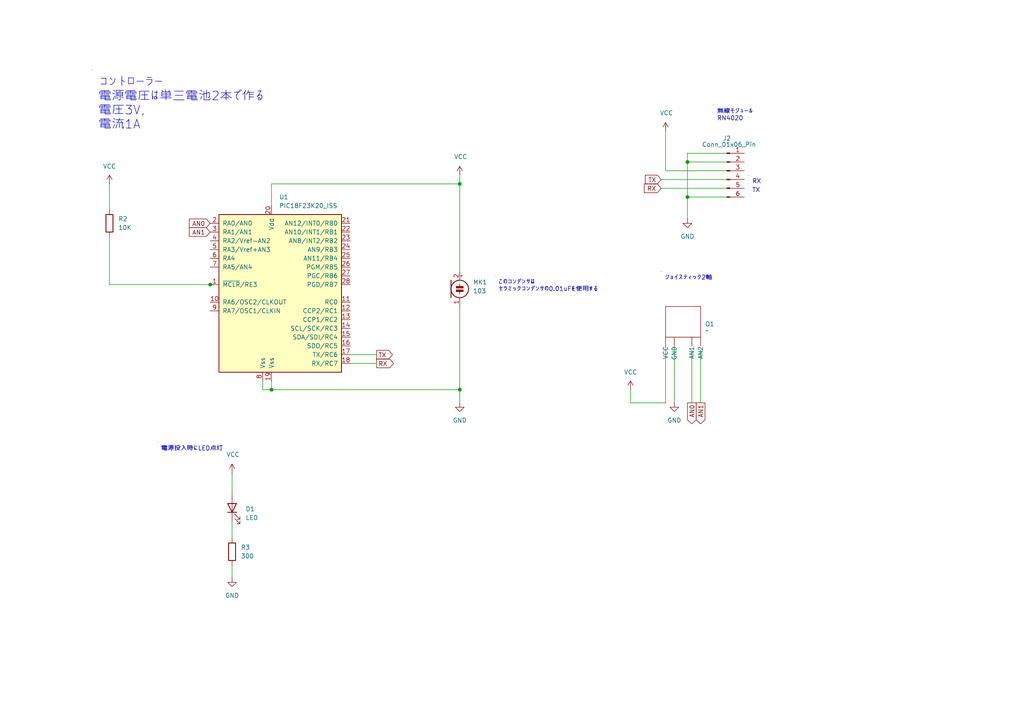
<source format=kicad_sch>
(kicad_sch
	(version 20231120)
	(generator "eeschema")
	(generator_version "8.0")
	(uuid "7ec5f481-22b5-4c50-93e0-6dd76bd4146b")
	(paper "A4")
	(lib_symbols
		(symbol "Analog_DAC:Analog_Stick"
			(pin_names
				(offset 0.0645)
			)
			(exclude_from_sim no)
			(in_bom yes)
			(on_board yes)
			(property "Reference" "O"
				(at 1.27 0 0)
				(effects
					(font
						(size 1.27 1.27)
					)
				)
			)
			(property "Value" ""
				(at 1.27 0 0)
				(effects
					(font
						(size 1.27 1.27)
					)
				)
			)
			(property "Footprint" ""
				(at 1.27 0 0)
				(effects
					(font
						(size 1.27 1.27)
					)
					(hide yes)
				)
			)
			(property "Datasheet" ""
				(at 1.27 0 0)
				(effects
					(font
						(size 1.27 1.27)
					)
					(hide yes)
				)
			)
			(property "Description" ""
				(at 1.27 0 0)
				(effects
					(font
						(size 1.27 1.27)
					)
					(hide yes)
				)
			)
			(symbol "Analog_Stick_0_1"
				(polyline
					(pts
						(xy -1.27 -1.27) (xy -1.27 7.62) (xy 8.89 7.62) (xy 8.89 -1.27) (xy -1.27 -1.27)
					)
					(stroke
						(width 0)
						(type default)
					)
					(fill
						(type none)
					)
				)
			)
			(symbol "Analog_Stick_1_1"
				(pin output line
					(at 6.35 -1.27 270)
					(length 2.54)
					(name "AN1"
						(effects
							(font
								(size 1.27 1.27)
							)
						)
					)
					(number ""
						(effects
							(font
								(size 1.27 1.27)
							)
						)
					)
				)
				(pin output line
					(at 8.89 -1.27 270)
					(length 2.54)
					(name "AN2"
						(effects
							(font
								(size 1.27 1.27)
							)
						)
					)
					(number ""
						(effects
							(font
								(size 1.27 1.27)
							)
						)
					)
				)
				(pin output line
					(at 1.27 -1.27 270)
					(length 2.54)
					(name "GND"
						(effects
							(font
								(size 1.27 1.27)
							)
						)
					)
					(number ""
						(effects
							(font
								(size 1.27 1.27)
							)
						)
					)
				)
				(pin input line
					(at -1.27 -1.27 270)
					(length 2.54)
					(name "VCC"
						(effects
							(font
								(size 1.27 1.27)
							)
						)
					)
					(number ""
						(effects
							(font
								(size 1.27 1.27)
							)
						)
					)
				)
			)
		)
		(symbol "Connector:Conn_01x06_Pin"
			(pin_names
				(offset 1.016) hide)
			(exclude_from_sim no)
			(in_bom yes)
			(on_board yes)
			(property "Reference" "J"
				(at 0 7.62 0)
				(effects
					(font
						(size 1.27 1.27)
					)
				)
			)
			(property "Value" "Conn_01x06_Pin"
				(at 0 -10.16 0)
				(effects
					(font
						(size 1.27 1.27)
					)
				)
			)
			(property "Footprint" ""
				(at 0 0 0)
				(effects
					(font
						(size 1.27 1.27)
					)
					(hide yes)
				)
			)
			(property "Datasheet" "~"
				(at 0 0 0)
				(effects
					(font
						(size 1.27 1.27)
					)
					(hide yes)
				)
			)
			(property "Description" "Generic connector, single row, 01x06, script generated"
				(at 0 0 0)
				(effects
					(font
						(size 1.27 1.27)
					)
					(hide yes)
				)
			)
			(property "ki_locked" ""
				(at 0 0 0)
				(effects
					(font
						(size 1.27 1.27)
					)
				)
			)
			(property "ki_keywords" "connector"
				(at 0 0 0)
				(effects
					(font
						(size 1.27 1.27)
					)
					(hide yes)
				)
			)
			(property "ki_fp_filters" "Connector*:*_1x??_*"
				(at 0 0 0)
				(effects
					(font
						(size 1.27 1.27)
					)
					(hide yes)
				)
			)
			(symbol "Conn_01x06_Pin_1_1"
				(polyline
					(pts
						(xy 1.27 -7.62) (xy 0.8636 -7.62)
					)
					(stroke
						(width 0.1524)
						(type default)
					)
					(fill
						(type none)
					)
				)
				(polyline
					(pts
						(xy 1.27 -5.08) (xy 0.8636 -5.08)
					)
					(stroke
						(width 0.1524)
						(type default)
					)
					(fill
						(type none)
					)
				)
				(polyline
					(pts
						(xy 1.27 -2.54) (xy 0.8636 -2.54)
					)
					(stroke
						(width 0.1524)
						(type default)
					)
					(fill
						(type none)
					)
				)
				(polyline
					(pts
						(xy 1.27 0) (xy 0.8636 0)
					)
					(stroke
						(width 0.1524)
						(type default)
					)
					(fill
						(type none)
					)
				)
				(polyline
					(pts
						(xy 1.27 2.54) (xy 0.8636 2.54)
					)
					(stroke
						(width 0.1524)
						(type default)
					)
					(fill
						(type none)
					)
				)
				(polyline
					(pts
						(xy 1.27 5.08) (xy 0.8636 5.08)
					)
					(stroke
						(width 0.1524)
						(type default)
					)
					(fill
						(type none)
					)
				)
				(rectangle
					(start 0.8636 -7.493)
					(end 0 -7.747)
					(stroke
						(width 0.1524)
						(type default)
					)
					(fill
						(type outline)
					)
				)
				(rectangle
					(start 0.8636 -4.953)
					(end 0 -5.207)
					(stroke
						(width 0.1524)
						(type default)
					)
					(fill
						(type outline)
					)
				)
				(rectangle
					(start 0.8636 -2.413)
					(end 0 -2.667)
					(stroke
						(width 0.1524)
						(type default)
					)
					(fill
						(type outline)
					)
				)
				(rectangle
					(start 0.8636 0.127)
					(end 0 -0.127)
					(stroke
						(width 0.1524)
						(type default)
					)
					(fill
						(type outline)
					)
				)
				(rectangle
					(start 0.8636 2.667)
					(end 0 2.413)
					(stroke
						(width 0.1524)
						(type default)
					)
					(fill
						(type outline)
					)
				)
				(rectangle
					(start 0.8636 5.207)
					(end 0 4.953)
					(stroke
						(width 0.1524)
						(type default)
					)
					(fill
						(type outline)
					)
				)
				(pin passive line
					(at 5.08 5.08 180)
					(length 3.81)
					(name "Pin_1"
						(effects
							(font
								(size 1.27 1.27)
							)
						)
					)
					(number "1"
						(effects
							(font
								(size 1.27 1.27)
							)
						)
					)
				)
				(pin passive line
					(at 5.08 2.54 180)
					(length 3.81)
					(name "Pin_2"
						(effects
							(font
								(size 1.27 1.27)
							)
						)
					)
					(number "2"
						(effects
							(font
								(size 1.27 1.27)
							)
						)
					)
				)
				(pin passive line
					(at 5.08 0 180)
					(length 3.81)
					(name "Pin_3"
						(effects
							(font
								(size 1.27 1.27)
							)
						)
					)
					(number "3"
						(effects
							(font
								(size 1.27 1.27)
							)
						)
					)
				)
				(pin passive line
					(at 5.08 -2.54 180)
					(length 3.81)
					(name "Pin_4"
						(effects
							(font
								(size 1.27 1.27)
							)
						)
					)
					(number "4"
						(effects
							(font
								(size 1.27 1.27)
							)
						)
					)
				)
				(pin passive line
					(at 5.08 -5.08 180)
					(length 3.81)
					(name "Pin_5"
						(effects
							(font
								(size 1.27 1.27)
							)
						)
					)
					(number "5"
						(effects
							(font
								(size 1.27 1.27)
							)
						)
					)
				)
				(pin passive line
					(at 5.08 -7.62 180)
					(length 3.81)
					(name "Pin_6"
						(effects
							(font
								(size 1.27 1.27)
							)
						)
					)
					(number "6"
						(effects
							(font
								(size 1.27 1.27)
							)
						)
					)
				)
			)
		)
		(symbol "Device:LED"
			(pin_numbers hide)
			(pin_names
				(offset 1.016) hide)
			(exclude_from_sim no)
			(in_bom yes)
			(on_board yes)
			(property "Reference" "D"
				(at 0 2.54 0)
				(effects
					(font
						(size 1.27 1.27)
					)
				)
			)
			(property "Value" "LED"
				(at 0 -2.54 0)
				(effects
					(font
						(size 1.27 1.27)
					)
				)
			)
			(property "Footprint" ""
				(at 0 0 0)
				(effects
					(font
						(size 1.27 1.27)
					)
					(hide yes)
				)
			)
			(property "Datasheet" "~"
				(at 0 0 0)
				(effects
					(font
						(size 1.27 1.27)
					)
					(hide yes)
				)
			)
			(property "Description" "Light emitting diode"
				(at 0 0 0)
				(effects
					(font
						(size 1.27 1.27)
					)
					(hide yes)
				)
			)
			(property "ki_keywords" "LED diode"
				(at 0 0 0)
				(effects
					(font
						(size 1.27 1.27)
					)
					(hide yes)
				)
			)
			(property "ki_fp_filters" "LED* LED_SMD:* LED_THT:*"
				(at 0 0 0)
				(effects
					(font
						(size 1.27 1.27)
					)
					(hide yes)
				)
			)
			(symbol "LED_0_1"
				(polyline
					(pts
						(xy -1.27 -1.27) (xy -1.27 1.27)
					)
					(stroke
						(width 0.254)
						(type default)
					)
					(fill
						(type none)
					)
				)
				(polyline
					(pts
						(xy -1.27 0) (xy 1.27 0)
					)
					(stroke
						(width 0)
						(type default)
					)
					(fill
						(type none)
					)
				)
				(polyline
					(pts
						(xy 1.27 -1.27) (xy 1.27 1.27) (xy -1.27 0) (xy 1.27 -1.27)
					)
					(stroke
						(width 0.254)
						(type default)
					)
					(fill
						(type none)
					)
				)
				(polyline
					(pts
						(xy -3.048 -0.762) (xy -4.572 -2.286) (xy -3.81 -2.286) (xy -4.572 -2.286) (xy -4.572 -1.524)
					)
					(stroke
						(width 0)
						(type default)
					)
					(fill
						(type none)
					)
				)
				(polyline
					(pts
						(xy -1.778 -0.762) (xy -3.302 -2.286) (xy -2.54 -2.286) (xy -3.302 -2.286) (xy -3.302 -1.524)
					)
					(stroke
						(width 0)
						(type default)
					)
					(fill
						(type none)
					)
				)
			)
			(symbol "LED_1_1"
				(pin passive line
					(at -3.81 0 0)
					(length 2.54)
					(name "K"
						(effects
							(font
								(size 1.27 1.27)
							)
						)
					)
					(number "1"
						(effects
							(font
								(size 1.27 1.27)
							)
						)
					)
				)
				(pin passive line
					(at 3.81 0 180)
					(length 2.54)
					(name "A"
						(effects
							(font
								(size 1.27 1.27)
							)
						)
					)
					(number "2"
						(effects
							(font
								(size 1.27 1.27)
							)
						)
					)
				)
			)
		)
		(symbol "Device:Microphone_Condenser"
			(pin_names
				(offset 0.0254) hide)
			(exclude_from_sim no)
			(in_bom yes)
			(on_board yes)
			(property "Reference" "MK"
				(at -3.302 1.27 0)
				(effects
					(font
						(size 1.27 1.27)
					)
					(justify right)
				)
			)
			(property "Value" "Microphone_Condenser"
				(at -3.302 -0.635 0)
				(effects
					(font
						(size 1.27 1.27)
					)
					(justify right)
				)
			)
			(property "Footprint" ""
				(at 0 2.54 90)
				(effects
					(font
						(size 1.27 1.27)
					)
					(hide yes)
				)
			)
			(property "Datasheet" "~"
				(at 0 2.54 90)
				(effects
					(font
						(size 1.27 1.27)
					)
					(hide yes)
				)
			)
			(property "Description" "Condenser microphone"
				(at 0 0 0)
				(effects
					(font
						(size 1.27 1.27)
					)
					(hide yes)
				)
			)
			(property "ki_keywords" "capacitance condenser microphone"
				(at 0 0 0)
				(effects
					(font
						(size 1.27 1.27)
					)
					(hide yes)
				)
			)
			(symbol "Microphone_Condenser_0_1"
				(polyline
					(pts
						(xy -2.54 2.54) (xy -2.54 -2.54)
					)
					(stroke
						(width 0.254)
						(type default)
					)
					(fill
						(type none)
					)
				)
				(polyline
					(pts
						(xy 0 -0.762) (xy 0 -1.524)
					)
					(stroke
						(width 0)
						(type default)
					)
					(fill
						(type none)
					)
				)
				(polyline
					(pts
						(xy 0 0.762) (xy 0 1.524)
					)
					(stroke
						(width 0)
						(type default)
					)
					(fill
						(type none)
					)
				)
				(polyline
					(pts
						(xy 0.254 3.81) (xy 0.762 3.81)
					)
					(stroke
						(width 0)
						(type default)
					)
					(fill
						(type none)
					)
				)
				(polyline
					(pts
						(xy 0.508 4.064) (xy 0.508 3.556)
					)
					(stroke
						(width 0)
						(type default)
					)
					(fill
						(type none)
					)
				)
				(circle
					(center 0 0)
					(radius 2.54)
					(stroke
						(width 0.254)
						(type default)
					)
					(fill
						(type none)
					)
				)
				(rectangle
					(start 1.016 -0.254)
					(end -1.016 -0.762)
					(stroke
						(width 0)
						(type default)
					)
					(fill
						(type outline)
					)
				)
				(rectangle
					(start 1.016 0.762)
					(end -1.016 0.254)
					(stroke
						(width 0)
						(type default)
					)
					(fill
						(type outline)
					)
				)
			)
			(symbol "Microphone_Condenser_1_1"
				(pin passive line
					(at 0 -5.08 90)
					(length 2.54)
					(name "-"
						(effects
							(font
								(size 1.27 1.27)
							)
						)
					)
					(number "1"
						(effects
							(font
								(size 1.27 1.27)
							)
						)
					)
				)
				(pin passive line
					(at 0 5.08 270)
					(length 2.54)
					(name "+"
						(effects
							(font
								(size 1.27 1.27)
							)
						)
					)
					(number "2"
						(effects
							(font
								(size 1.27 1.27)
							)
						)
					)
				)
			)
		)
		(symbol "Device:R"
			(pin_numbers hide)
			(pin_names
				(offset 0)
			)
			(exclude_from_sim no)
			(in_bom yes)
			(on_board yes)
			(property "Reference" "R"
				(at 2.032 0 90)
				(effects
					(font
						(size 1.27 1.27)
					)
				)
			)
			(property "Value" "R"
				(at 0 0 90)
				(effects
					(font
						(size 1.27 1.27)
					)
				)
			)
			(property "Footprint" ""
				(at -1.778 0 90)
				(effects
					(font
						(size 1.27 1.27)
					)
					(hide yes)
				)
			)
			(property "Datasheet" "~"
				(at 0 0 0)
				(effects
					(font
						(size 1.27 1.27)
					)
					(hide yes)
				)
			)
			(property "Description" "Resistor"
				(at 0 0 0)
				(effects
					(font
						(size 1.27 1.27)
					)
					(hide yes)
				)
			)
			(property "ki_keywords" "R res resistor"
				(at 0 0 0)
				(effects
					(font
						(size 1.27 1.27)
					)
					(hide yes)
				)
			)
			(property "ki_fp_filters" "R_*"
				(at 0 0 0)
				(effects
					(font
						(size 1.27 1.27)
					)
					(hide yes)
				)
			)
			(symbol "R_0_1"
				(rectangle
					(start -1.016 -2.54)
					(end 1.016 2.54)
					(stroke
						(width 0.254)
						(type default)
					)
					(fill
						(type none)
					)
				)
			)
			(symbol "R_1_1"
				(pin passive line
					(at 0 3.81 270)
					(length 1.27)
					(name "~"
						(effects
							(font
								(size 1.27 1.27)
							)
						)
					)
					(number "1"
						(effects
							(font
								(size 1.27 1.27)
							)
						)
					)
				)
				(pin passive line
					(at 0 -3.81 90)
					(length 1.27)
					(name "~"
						(effects
							(font
								(size 1.27 1.27)
							)
						)
					)
					(number "2"
						(effects
							(font
								(size 1.27 1.27)
							)
						)
					)
				)
			)
		)
		(symbol "MCU_Microchip_PIC18:PIC18F23K20_ISS"
			(pin_names
				(offset 1.016)
			)
			(exclude_from_sim no)
			(in_bom yes)
			(on_board yes)
			(property "Reference" "U"
				(at -17.78 24.13 0)
				(effects
					(font
						(size 1.27 1.27)
					)
					(justify left)
				)
			)
			(property "Value" "PIC18F23K20_ISS"
				(at 17.78 24.13 0)
				(effects
					(font
						(size 1.27 1.27)
					)
					(justify right)
				)
			)
			(property "Footprint" "Package_SO:SSOP-28_5.3x10.2mm_P0.65mm"
				(at -12.7 -12.7 0)
				(effects
					(font
						(size 1.27 1.27)
					)
					(hide yes)
				)
			)
			(property "Datasheet" "http://ww1.microchip.com/downloads/en/DeviceDoc/40001303H.pdf"
				(at 0 -1.27 0)
				(effects
					(font
						(size 1.27 1.27)
					)
					(hide yes)
				)
			)
			(property "Description" "8K Flash, 512Byte RAM, 256Byte EEPROM, PIC18 Microcontroller ADC PWM SPI I2C USART in SSOP28 package"
				(at 0 0 0)
				(effects
					(font
						(size 1.27 1.27)
					)
					(hide yes)
				)
			)
			(property "ki_keywords" "microcontroller PIC18F flash XLP"
				(at 0 0 0)
				(effects
					(font
						(size 1.27 1.27)
					)
					(hide yes)
				)
			)
			(property "ki_fp_filters" "SSOP*5.3x10.2mm*P0.65mm*"
				(at 0 0 0)
				(effects
					(font
						(size 1.27 1.27)
					)
					(hide yes)
				)
			)
			(symbol "PIC18F23K20_ISS_0_1"
				(rectangle
					(start -17.78 22.86)
					(end 17.78 -22.86)
					(stroke
						(width 0.254)
						(type default)
					)
					(fill
						(type background)
					)
				)
			)
			(symbol "PIC18F23K20_ISS_1_1"
				(pin bidirectional line
					(at -20.32 2.54 0)
					(length 2.54)
					(name "~{MCLR}/RE3"
						(effects
							(font
								(size 1.27 1.27)
							)
						)
					)
					(number "1"
						(effects
							(font
								(size 1.27 1.27)
							)
						)
					)
				)
				(pin input line
					(at -20.32 -2.54 0)
					(length 2.54)
					(name "RA6/OSC2/CLKOUT"
						(effects
							(font
								(size 1.27 1.27)
							)
						)
					)
					(number "10"
						(effects
							(font
								(size 1.27 1.27)
							)
						)
					)
				)
				(pin bidirectional line
					(at 20.32 -2.54 180)
					(length 2.54)
					(name "RC0"
						(effects
							(font
								(size 1.27 1.27)
							)
						)
					)
					(number "11"
						(effects
							(font
								(size 1.27 1.27)
							)
						)
					)
				)
				(pin bidirectional line
					(at 20.32 -5.08 180)
					(length 2.54)
					(name "CCP2/RC1"
						(effects
							(font
								(size 1.27 1.27)
							)
						)
					)
					(number "12"
						(effects
							(font
								(size 1.27 1.27)
							)
						)
					)
				)
				(pin bidirectional line
					(at 20.32 -7.62 180)
					(length 2.54)
					(name "CCP1/RC2"
						(effects
							(font
								(size 1.27 1.27)
							)
						)
					)
					(number "13"
						(effects
							(font
								(size 1.27 1.27)
							)
						)
					)
				)
				(pin bidirectional line
					(at 20.32 -10.16 180)
					(length 2.54)
					(name "SCL/SCK/RC3"
						(effects
							(font
								(size 1.27 1.27)
							)
						)
					)
					(number "14"
						(effects
							(font
								(size 1.27 1.27)
							)
						)
					)
				)
				(pin bidirectional line
					(at 20.32 -12.7 180)
					(length 2.54)
					(name "SDA/SDI/RC4"
						(effects
							(font
								(size 1.27 1.27)
							)
						)
					)
					(number "15"
						(effects
							(font
								(size 1.27 1.27)
							)
						)
					)
				)
				(pin bidirectional line
					(at 20.32 -15.24 180)
					(length 2.54)
					(name "SDO/RC5"
						(effects
							(font
								(size 1.27 1.27)
							)
						)
					)
					(number "16"
						(effects
							(font
								(size 1.27 1.27)
							)
						)
					)
				)
				(pin bidirectional line
					(at 20.32 -17.78 180)
					(length 2.54)
					(name "TX/RC6"
						(effects
							(font
								(size 1.27 1.27)
							)
						)
					)
					(number "17"
						(effects
							(font
								(size 1.27 1.27)
							)
						)
					)
				)
				(pin bidirectional line
					(at 20.32 -20.32 180)
					(length 2.54)
					(name "RX/RC7"
						(effects
							(font
								(size 1.27 1.27)
							)
						)
					)
					(number "18"
						(effects
							(font
								(size 1.27 1.27)
							)
						)
					)
				)
				(pin power_in line
					(at -2.54 -25.4 90)
					(length 2.54)
					(name "Vss"
						(effects
							(font
								(size 1.27 1.27)
							)
						)
					)
					(number "19"
						(effects
							(font
								(size 1.27 1.27)
							)
						)
					)
				)
				(pin bidirectional line
					(at -20.32 20.32 0)
					(length 2.54)
					(name "RA0/AN0"
						(effects
							(font
								(size 1.27 1.27)
							)
						)
					)
					(number "2"
						(effects
							(font
								(size 1.27 1.27)
							)
						)
					)
				)
				(pin power_in line
					(at -2.54 25.4 270)
					(length 2.54)
					(name "Vdd"
						(effects
							(font
								(size 1.27 1.27)
							)
						)
					)
					(number "20"
						(effects
							(font
								(size 1.27 1.27)
							)
						)
					)
				)
				(pin bidirectional line
					(at 20.32 20.32 180)
					(length 2.54)
					(name "AN12/INT0/RB0"
						(effects
							(font
								(size 1.27 1.27)
							)
						)
					)
					(number "21"
						(effects
							(font
								(size 1.27 1.27)
							)
						)
					)
				)
				(pin bidirectional line
					(at 20.32 17.78 180)
					(length 2.54)
					(name "AN10/INT1/RB1"
						(effects
							(font
								(size 1.27 1.27)
							)
						)
					)
					(number "22"
						(effects
							(font
								(size 1.27 1.27)
							)
						)
					)
				)
				(pin bidirectional line
					(at 20.32 15.24 180)
					(length 2.54)
					(name "AN8/INT2/RB2"
						(effects
							(font
								(size 1.27 1.27)
							)
						)
					)
					(number "23"
						(effects
							(font
								(size 1.27 1.27)
							)
						)
					)
				)
				(pin bidirectional line
					(at 20.32 12.7 180)
					(length 2.54)
					(name "AN9/RB3"
						(effects
							(font
								(size 1.27 1.27)
							)
						)
					)
					(number "24"
						(effects
							(font
								(size 1.27 1.27)
							)
						)
					)
				)
				(pin bidirectional line
					(at 20.32 10.16 180)
					(length 2.54)
					(name "AN11/RB4"
						(effects
							(font
								(size 1.27 1.27)
							)
						)
					)
					(number "25"
						(effects
							(font
								(size 1.27 1.27)
							)
						)
					)
				)
				(pin bidirectional line
					(at 20.32 7.62 180)
					(length 2.54)
					(name "PGM/RB5"
						(effects
							(font
								(size 1.27 1.27)
							)
						)
					)
					(number "26"
						(effects
							(font
								(size 1.27 1.27)
							)
						)
					)
				)
				(pin bidirectional line
					(at 20.32 5.08 180)
					(length 2.54)
					(name "PGC/RB6"
						(effects
							(font
								(size 1.27 1.27)
							)
						)
					)
					(number "27"
						(effects
							(font
								(size 1.27 1.27)
							)
						)
					)
				)
				(pin bidirectional line
					(at 20.32 2.54 180)
					(length 2.54)
					(name "PGD/RB7"
						(effects
							(font
								(size 1.27 1.27)
							)
						)
					)
					(number "28"
						(effects
							(font
								(size 1.27 1.27)
							)
						)
					)
				)
				(pin bidirectional line
					(at -20.32 17.78 0)
					(length 2.54)
					(name "RA1/AN1"
						(effects
							(font
								(size 1.27 1.27)
							)
						)
					)
					(number "3"
						(effects
							(font
								(size 1.27 1.27)
							)
						)
					)
				)
				(pin bidirectional line
					(at -20.32 15.24 0)
					(length 2.54)
					(name "RA2/Vref-AN2"
						(effects
							(font
								(size 1.27 1.27)
							)
						)
					)
					(number "4"
						(effects
							(font
								(size 1.27 1.27)
							)
						)
					)
				)
				(pin bidirectional line
					(at -20.32 12.7 0)
					(length 2.54)
					(name "RA3/Vref+AN3"
						(effects
							(font
								(size 1.27 1.27)
							)
						)
					)
					(number "5"
						(effects
							(font
								(size 1.27 1.27)
							)
						)
					)
				)
				(pin power_in line
					(at -20.32 10.16 0)
					(length 2.54)
					(name "RA4"
						(effects
							(font
								(size 1.27 1.27)
							)
						)
					)
					(number "6"
						(effects
							(font
								(size 1.27 1.27)
							)
						)
					)
				)
				(pin bidirectional line
					(at -20.32 7.62 0)
					(length 2.54)
					(name "RA5/AN4"
						(effects
							(font
								(size 1.27 1.27)
							)
						)
					)
					(number "7"
						(effects
							(font
								(size 1.27 1.27)
							)
						)
					)
				)
				(pin power_in line
					(at -5.08 -25.4 90)
					(length 2.54)
					(name "Vss"
						(effects
							(font
								(size 1.27 1.27)
							)
						)
					)
					(number "8"
						(effects
							(font
								(size 1.27 1.27)
							)
						)
					)
				)
				(pin input line
					(at -20.32 -5.08 0)
					(length 2.54)
					(name "RA7/OSC1/CLKIN"
						(effects
							(font
								(size 1.27 1.27)
							)
						)
					)
					(number "9"
						(effects
							(font
								(size 1.27 1.27)
							)
						)
					)
				)
			)
		)
		(symbol "power:GND"
			(power)
			(pin_numbers hide)
			(pin_names
				(offset 0) hide)
			(exclude_from_sim no)
			(in_bom yes)
			(on_board yes)
			(property "Reference" "#PWR"
				(at 0 -6.35 0)
				(effects
					(font
						(size 1.27 1.27)
					)
					(hide yes)
				)
			)
			(property "Value" "GND"
				(at 0 -3.81 0)
				(effects
					(font
						(size 1.27 1.27)
					)
				)
			)
			(property "Footprint" ""
				(at 0 0 0)
				(effects
					(font
						(size 1.27 1.27)
					)
					(hide yes)
				)
			)
			(property "Datasheet" ""
				(at 0 0 0)
				(effects
					(font
						(size 1.27 1.27)
					)
					(hide yes)
				)
			)
			(property "Description" "Power symbol creates a global label with name \"GND\" , ground"
				(at 0 0 0)
				(effects
					(font
						(size 1.27 1.27)
					)
					(hide yes)
				)
			)
			(property "ki_keywords" "global power"
				(at 0 0 0)
				(effects
					(font
						(size 1.27 1.27)
					)
					(hide yes)
				)
			)
			(symbol "GND_0_1"
				(polyline
					(pts
						(xy 0 0) (xy 0 -1.27) (xy 1.27 -1.27) (xy 0 -2.54) (xy -1.27 -1.27) (xy 0 -1.27)
					)
					(stroke
						(width 0)
						(type default)
					)
					(fill
						(type none)
					)
				)
			)
			(symbol "GND_1_1"
				(pin power_in line
					(at 0 0 270)
					(length 0)
					(name "~"
						(effects
							(font
								(size 1.27 1.27)
							)
						)
					)
					(number "1"
						(effects
							(font
								(size 1.27 1.27)
							)
						)
					)
				)
			)
		)
		(symbol "power:VCC"
			(power)
			(pin_numbers hide)
			(pin_names
				(offset 0) hide)
			(exclude_from_sim no)
			(in_bom yes)
			(on_board yes)
			(property "Reference" "#PWR"
				(at 0 -3.81 0)
				(effects
					(font
						(size 1.27 1.27)
					)
					(hide yes)
				)
			)
			(property "Value" "VCC"
				(at 0 3.556 0)
				(effects
					(font
						(size 1.27 1.27)
					)
				)
			)
			(property "Footprint" ""
				(at 0 0 0)
				(effects
					(font
						(size 1.27 1.27)
					)
					(hide yes)
				)
			)
			(property "Datasheet" ""
				(at 0 0 0)
				(effects
					(font
						(size 1.27 1.27)
					)
					(hide yes)
				)
			)
			(property "Description" "Power symbol creates a global label with name \"VCC\""
				(at 0 0 0)
				(effects
					(font
						(size 1.27 1.27)
					)
					(hide yes)
				)
			)
			(property "ki_keywords" "global power"
				(at 0 0 0)
				(effects
					(font
						(size 1.27 1.27)
					)
					(hide yes)
				)
			)
			(symbol "VCC_0_1"
				(polyline
					(pts
						(xy -0.762 1.27) (xy 0 2.54)
					)
					(stroke
						(width 0)
						(type default)
					)
					(fill
						(type none)
					)
				)
				(polyline
					(pts
						(xy 0 0) (xy 0 2.54)
					)
					(stroke
						(width 0)
						(type default)
					)
					(fill
						(type none)
					)
				)
				(polyline
					(pts
						(xy 0 2.54) (xy 0.762 1.27)
					)
					(stroke
						(width 0)
						(type default)
					)
					(fill
						(type none)
					)
				)
			)
			(symbol "VCC_1_1"
				(pin power_in line
					(at 0 0 90)
					(length 0)
					(name "~"
						(effects
							(font
								(size 1.27 1.27)
							)
						)
					)
					(number "1"
						(effects
							(font
								(size 1.27 1.27)
							)
						)
					)
				)
			)
		)
	)
	(junction
		(at 133.35 53.34)
		(diameter 0)
		(color 0 0 0 0)
		(uuid "2d852b89-5b0d-4f56-ac99-228c27adb607")
	)
	(junction
		(at 199.39 57.15)
		(diameter 0)
		(color 0 0 0 0)
		(uuid "6594c24c-e8f7-478a-ac64-6992578ca29d")
	)
	(junction
		(at 60.96 82.55)
		(diameter 0)
		(color 0 0 0 0)
		(uuid "9da64c04-e425-40ed-bc71-6fe24c4977d8")
	)
	(junction
		(at 78.74 113.03)
		(diameter 0)
		(color 0 0 0 0)
		(uuid "edcdaeba-4c8f-46d2-bc0e-7eefd271d852")
	)
	(junction
		(at 199.39 46.99)
		(diameter 0)
		(color 0 0 0 0)
		(uuid "f2825d37-b27d-4456-bae7-57d47311dda7")
	)
	(junction
		(at 133.35 113.03)
		(diameter 0)
		(color 0 0 0 0)
		(uuid "fbe112ab-9cee-48ce-9945-6db12ffe1814")
	)
	(wire
		(pts
			(xy 193.04 100.33) (xy 193.04 116.84)
		)
		(stroke
			(width 0)
			(type default)
		)
		(uuid "02f0da4d-e7db-40da-a333-68bf851b2030")
	)
	(wire
		(pts
			(xy 210.82 44.45) (xy 199.39 44.45)
		)
		(stroke
			(width 0)
			(type default)
		)
		(uuid "0df20048-f53c-4fd1-a9c4-90ec7db99ef1")
	)
	(wire
		(pts
			(xy 60.96 82.55) (xy 62.23 82.55)
		)
		(stroke
			(width 0)
			(type default)
		)
		(uuid "100c0717-c964-4459-b9db-92fd5df6f929")
	)
	(wire
		(pts
			(xy 182.88 113.03) (xy 182.88 116.84)
		)
		(stroke
			(width 0)
			(type default)
		)
		(uuid "1321b2dc-1169-49b0-ba4f-eb80ab303463")
	)
	(wire
		(pts
			(xy 199.39 57.15) (xy 210.82 57.15)
		)
		(stroke
			(width 0)
			(type default)
		)
		(uuid "229f61ed-11e8-49cd-bd05-247b056de222")
	)
	(wire
		(pts
			(xy 78.74 113.03) (xy 76.2 113.03)
		)
		(stroke
			(width 0)
			(type default)
		)
		(uuid "361c5bae-20ba-414e-a761-67040b446d7b")
	)
	(wire
		(pts
			(xy 191.77 52.07) (xy 210.82 52.07)
		)
		(stroke
			(width 0)
			(type default)
		)
		(uuid "379cdf8f-e20e-46d1-bf8f-395ed9cff367")
	)
	(wire
		(pts
			(xy 101.6 105.41) (xy 109.22 105.41)
		)
		(stroke
			(width 0)
			(type default)
		)
		(uuid "38460f25-fd1d-4434-86f3-f6328780d2b9")
	)
	(wire
		(pts
			(xy 199.39 44.45) (xy 199.39 46.99)
		)
		(stroke
			(width 0)
			(type default)
		)
		(uuid "48691777-d03d-4aff-8c7f-16f0ee8c35d1")
	)
	(wire
		(pts
			(xy 191.77 54.61) (xy 210.82 54.61)
		)
		(stroke
			(width 0)
			(type default)
		)
		(uuid "516e05a1-8030-4840-b206-bc3075747bd5")
	)
	(wire
		(pts
			(xy 193.04 116.84) (xy 182.88 116.84)
		)
		(stroke
			(width 0)
			(type default)
		)
		(uuid "62799bde-8b79-42f0-afca-73df92ce1ea9")
	)
	(wire
		(pts
			(xy 78.74 110.49) (xy 78.74 113.03)
		)
		(stroke
			(width 0)
			(type default)
		)
		(uuid "668944d8-6f76-4a9d-a3a3-d79ce51cb784")
	)
	(wire
		(pts
			(xy 78.74 59.69) (xy 78.74 53.34)
		)
		(stroke
			(width 0)
			(type default)
		)
		(uuid "66d8081e-e928-4d5e-87ff-2f00c9d090fa")
	)
	(wire
		(pts
			(xy 199.39 57.15) (xy 199.39 63.5)
		)
		(stroke
			(width 0)
			(type default)
		)
		(uuid "67176d9b-20be-446a-ba1f-1016fe768da6")
	)
	(wire
		(pts
			(xy 195.58 100.33) (xy 195.58 116.84)
		)
		(stroke
			(width 0)
			(type default)
		)
		(uuid "679e19d5-2c80-4945-a8d3-166ab4e0a5ff")
	)
	(wire
		(pts
			(xy 133.35 113.03) (xy 133.35 116.84)
		)
		(stroke
			(width 0)
			(type default)
		)
		(uuid "7f064c87-d1a0-4083-a1d3-a3f9c46bb0fe")
	)
	(wire
		(pts
			(xy 199.39 46.99) (xy 210.82 46.99)
		)
		(stroke
			(width 0)
			(type default)
		)
		(uuid "8b696962-44ed-4b0d-9cdc-57f03267b1f2")
	)
	(wire
		(pts
			(xy 133.35 113.03) (xy 133.35 88.9)
		)
		(stroke
			(width 0)
			(type default)
		)
		(uuid "929fc97c-4f65-4ff7-b6ce-081675979ab9")
	)
	(wire
		(pts
			(xy 133.35 53.34) (xy 133.35 78.74)
		)
		(stroke
			(width 0)
			(type default)
		)
		(uuid "a5a30b24-a645-491c-b1c1-c175cbe6eb8d")
	)
	(wire
		(pts
			(xy 67.31 151.13) (xy 67.31 156.21)
		)
		(stroke
			(width 0)
			(type default)
		)
		(uuid "a5dc1864-58f1-4658-b9ec-0fdbb4144a74")
	)
	(wire
		(pts
			(xy 76.2 110.49) (xy 76.2 113.03)
		)
		(stroke
			(width 0)
			(type default)
		)
		(uuid "a9052092-60d0-467d-9c71-14c780f2f256")
	)
	(wire
		(pts
			(xy 78.74 53.34) (xy 133.35 53.34)
		)
		(stroke
			(width 0)
			(type default)
		)
		(uuid "a9b9939a-b8fb-4216-9259-ac1aeb13337c")
	)
	(wire
		(pts
			(xy 200.66 101.6) (xy 200.66 116.84)
		)
		(stroke
			(width 0)
			(type default)
		)
		(uuid "adad2bb7-bd94-4a14-9fe4-17b03438987b")
	)
	(wire
		(pts
			(xy 203.2 101.6) (xy 203.2 116.84)
		)
		(stroke
			(width 0)
			(type default)
		)
		(uuid "b391752f-5ac8-4d32-89f4-09b234546f3b")
	)
	(wire
		(pts
			(xy 199.39 46.99) (xy 199.39 57.15)
		)
		(stroke
			(width 0)
			(type default)
		)
		(uuid "b4cd64ab-36ad-4a08-a2f3-eab5794b3af0")
	)
	(wire
		(pts
			(xy 67.31 137.16) (xy 67.31 143.51)
		)
		(stroke
			(width 0)
			(type default)
		)
		(uuid "c55891a1-94af-4616-92a9-d0c9e1c6d53c")
	)
	(wire
		(pts
			(xy 193.04 49.53) (xy 210.82 49.53)
		)
		(stroke
			(width 0)
			(type default)
		)
		(uuid "ca91811b-cf87-4585-970a-ccbbb3855e59")
	)
	(wire
		(pts
			(xy 101.6 102.87) (xy 109.22 102.87)
		)
		(stroke
			(width 0)
			(type default)
		)
		(uuid "cfba4ea8-6e2a-471b-82e8-dc0703d71ff7")
	)
	(wire
		(pts
			(xy 31.75 68.58) (xy 31.75 82.55)
		)
		(stroke
			(width 0)
			(type default)
		)
		(uuid "d38ac17d-e49f-43bd-9fb5-7ba506eb85be")
	)
	(wire
		(pts
			(xy 31.75 82.55) (xy 60.96 82.55)
		)
		(stroke
			(width 0)
			(type default)
		)
		(uuid "dccc46b9-bb40-491a-a11d-582496209339")
	)
	(wire
		(pts
			(xy 193.04 38.1) (xy 193.04 49.53)
		)
		(stroke
			(width 0)
			(type default)
		)
		(uuid "e56120ad-7451-47c9-b47a-e541dd73d768")
	)
	(wire
		(pts
			(xy 31.75 53.34) (xy 31.75 60.96)
		)
		(stroke
			(width 0)
			(type default)
		)
		(uuid "e76882d1-b42c-483f-b9df-4773103ced45")
	)
	(wire
		(pts
			(xy 133.35 50.8) (xy 133.35 53.34)
		)
		(stroke
			(width 0)
			(type default)
		)
		(uuid "ecf4d374-bb01-40dd-9577-9d4b13be15b7")
	)
	(wire
		(pts
			(xy 78.74 113.03) (xy 133.35 113.03)
		)
		(stroke
			(width 0)
			(type default)
		)
		(uuid "f2a39abc-07d8-41f6-9714-da9b859d244f")
	)
	(wire
		(pts
			(xy 67.31 163.83) (xy 67.31 167.64)
		)
		(stroke
			(width 0)
			(type default)
		)
		(uuid "f853c6ed-309b-45c6-8f50-118a6f25dd38")
	)
	(text_box "ジョイスティック2軸"
		(exclude_from_sim no)
		(at 191.77 78.74 0)
		(size 0 0)
		(stroke
			(width 0)
			(type default)
		)
		(fill
			(type none)
		)
		(effects
			(font
				(size 1.27 1.27)
			)
			(justify left top)
		)
		(uuid "0ac8362e-a1fc-4363-97e5-071b5586284e")
	)
	(text_box "電源投入時にLED点灯"
		(exclude_from_sim no)
		(at 45.72 128.27 0)
		(size 0 0)
		(stroke
			(width 0)
			(type default)
		)
		(fill
			(type none)
		)
		(effects
			(font
				(size 1.27 1.27)
			)
			(justify left top)
		)
		(uuid "12483750-e20c-4094-8f00-d7e0e2049de7")
	)
	(text_box "RX"
		(exclude_from_sim no)
		(at 217.17 50.8 0)
		(size 0 0)
		(stroke
			(width 0)
			(type default)
		)
		(fill
			(type none)
		)
		(effects
			(font
				(size 1.27 1.27)
			)
			(justify left top)
		)
		(uuid "5ecea191-500d-432e-bc8b-5f5eb768ebac")
	)
	(text_box "このコンデンサは\nセラミックコンデンサの0.01uFを使用する\n"
		(exclude_from_sim no)
		(at 143.51 80.01 0)
		(size 0 0)
		(stroke
			(width 0)
			(type default)
		)
		(fill
			(type none)
		)
		(effects
			(font
				(size 1.27 1.27)
			)
			(justify left top)
		)
		(uuid "8543b715-c04a-4890-8984-775d1a44384c")
	)
	(text_box "コントローラー\n電源電圧は単三電池2本で作る\n電圧3V, 電流1A"
		(exclude_from_sim no)
		(at 26.67 20.32 0)
		(size 0 0)
		(stroke
			(width 0)
			(type default)
		)
		(fill
			(type none)
		)
		(effects
			(font
				(size 2.54 2.54)
			)
			(justify left top)
		)
		(uuid "8b9b1390-170a-4cda-92da-263f8de842c6")
	)
	(text_box "TX"
		(exclude_from_sim no)
		(at 217.17 53.34 0)
		(size 0 0)
		(stroke
			(width 0)
			(type default)
		)
		(fill
			(type none)
		)
		(effects
			(font
				(size 1.27 1.27)
			)
			(justify left top)
		)
		(uuid "a839a6a8-c168-48bf-b842-643fe055d6a6")
	)
	(text_box "無線モジュール\nRN4020"
		(exclude_from_sim no)
		(at 207.01 30.48 0)
		(size 0 0)
		(stroke
			(width 0)
			(type default)
		)
		(fill
			(type none)
		)
		(effects
			(font
				(size 1.27 1.27)
			)
			(justify left top)
		)
		(uuid "c32a1c3c-779b-4e9c-8e83-78b657cd24f5")
	)
	(global_label "RX"
		(shape output)
		(at 109.22 105.41 0)
		(fields_autoplaced yes)
		(effects
			(font
				(size 1.27 1.27)
			)
			(justify left)
		)
		(uuid "226ed070-71f9-4182-b051-0160dd3dd157")
		(property "Intersheetrefs" "${INTERSHEET_REFS}"
			(at 114.6847 105.41 0)
			(effects
				(font
					(size 1.27 1.27)
				)
				(justify left)
				(hide yes)
			)
		)
	)
	(global_label "AN0"
		(shape input)
		(at 60.96 64.77 180)
		(fields_autoplaced yes)
		(effects
			(font
				(size 1.27 1.27)
			)
			(justify right)
		)
		(uuid "2bf044c8-317b-40c1-a519-3175772ca911")
		(property "Intersheetrefs" "${INTERSHEET_REFS}"
			(at 54.3462 64.77 0)
			(effects
				(font
					(size 1.27 1.27)
				)
				(justify right)
				(hide yes)
			)
		)
	)
	(global_label "AN1"
		(shape input)
		(at 60.96 67.31 180)
		(fields_autoplaced yes)
		(effects
			(font
				(size 1.27 1.27)
			)
			(justify right)
		)
		(uuid "3d7ded6c-f6a7-4ac9-b852-b7fedfa3b5d8")
		(property "Intersheetrefs" "${INTERSHEET_REFS}"
			(at 54.3462 67.31 0)
			(effects
				(font
					(size 1.27 1.27)
				)
				(justify right)
				(hide yes)
			)
		)
	)
	(global_label "TX"
		(shape output)
		(at 109.22 102.87 0)
		(fields_autoplaced yes)
		(effects
			(font
				(size 1.27 1.27)
			)
			(justify left)
		)
		(uuid "54dfad7f-56c0-4015-8d17-5b355a7b5d1b")
		(property "Intersheetrefs" "${INTERSHEET_REFS}"
			(at 114.3823 102.87 0)
			(effects
				(font
					(size 1.27 1.27)
				)
				(justify left)
				(hide yes)
			)
		)
	)
	(global_label "AN0"
		(shape output)
		(at 200.66 116.84 270)
		(fields_autoplaced yes)
		(effects
			(font
				(size 1.27 1.27)
			)
			(justify right)
		)
		(uuid "6fdc969e-d6c5-4337-a534-1fba4be7e497")
		(property "Intersheetrefs" "${INTERSHEET_REFS}"
			(at 200.66 123.4538 90)
			(effects
				(font
					(size 1.27 1.27)
				)
				(justify right)
				(hide yes)
			)
		)
	)
	(global_label "AN1"
		(shape output)
		(at 203.2 116.84 270)
		(fields_autoplaced yes)
		(effects
			(font
				(size 1.27 1.27)
			)
			(justify right)
		)
		(uuid "bcd8ea04-c1d3-47d6-8015-7b2455d0ad44")
		(property "Intersheetrefs" "${INTERSHEET_REFS}"
			(at 203.2 123.4538 90)
			(effects
				(font
					(size 1.27 1.27)
				)
				(justify right)
				(hide yes)
			)
		)
	)
	(global_label "TX"
		(shape input)
		(at 191.77 52.07 180)
		(fields_autoplaced yes)
		(effects
			(font
				(size 1.27 1.27)
			)
			(justify right)
		)
		(uuid "cc36c948-1e3b-45c1-8a7c-8c7d3fdd9fad")
		(property "Intersheetrefs" "${INTERSHEET_REFS}"
			(at 186.6077 52.07 0)
			(effects
				(font
					(size 1.27 1.27)
				)
				(justify right)
				(hide yes)
			)
		)
	)
	(global_label "RX"
		(shape input)
		(at 191.77 54.61 180)
		(fields_autoplaced yes)
		(effects
			(font
				(size 1.27 1.27)
			)
			(justify right)
		)
		(uuid "fb5f9862-3fd4-47ce-bf4c-1a55c2f01d2e")
		(property "Intersheetrefs" "${INTERSHEET_REFS}"
			(at 186.3053 54.61 0)
			(effects
				(font
					(size 1.27 1.27)
				)
				(justify right)
				(hide yes)
			)
		)
	)
	(symbol
		(lib_id "power:VCC")
		(at 193.04 38.1 0)
		(unit 1)
		(exclude_from_sim no)
		(in_bom yes)
		(on_board yes)
		(dnp no)
		(uuid "0418eb00-33b7-4c37-8a68-87ec1bb7bc83")
		(property "Reference" "#PWR05"
			(at 193.04 41.91 0)
			(effects
				(font
					(size 1.27 1.27)
				)
				(hide yes)
			)
		)
		(property "Value" "VCC"
			(at 193.294 32.766 0)
			(effects
				(font
					(size 1.27 1.27)
				)
			)
		)
		(property "Footprint" ""
			(at 193.04 38.1 0)
			(effects
				(font
					(size 1.27 1.27)
				)
				(hide yes)
			)
		)
		(property "Datasheet" ""
			(at 193.04 38.1 0)
			(effects
				(font
					(size 1.27 1.27)
				)
				(hide yes)
			)
		)
		(property "Description" "Power symbol creates a global label with name \"VCC\""
			(at 193.04 38.1 0)
			(effects
				(font
					(size 1.27 1.27)
				)
				(hide yes)
			)
		)
		(pin "1"
			(uuid "769e53e8-e959-4a12-acd1-00b78fae0fd7")
		)
		(instances
			(project "controller"
				(path "/7ec5f481-22b5-4c50-93e0-6dd76bd4146b"
					(reference "#PWR05")
					(unit 1)
				)
			)
		)
	)
	(symbol
		(lib_id "power:GND")
		(at 67.31 167.64 0)
		(unit 1)
		(exclude_from_sim no)
		(in_bom yes)
		(on_board yes)
		(dnp no)
		(fields_autoplaced yes)
		(uuid "0f008ac5-9e23-4c7c-a725-0f570995d1fc")
		(property "Reference" "#PWR03"
			(at 67.31 173.99 0)
			(effects
				(font
					(size 1.27 1.27)
				)
				(hide yes)
			)
		)
		(property "Value" "GND"
			(at 67.31 172.72 0)
			(effects
				(font
					(size 1.27 1.27)
				)
			)
		)
		(property "Footprint" ""
			(at 67.31 167.64 0)
			(effects
				(font
					(size 1.27 1.27)
				)
				(hide yes)
			)
		)
		(property "Datasheet" ""
			(at 67.31 167.64 0)
			(effects
				(font
					(size 1.27 1.27)
				)
				(hide yes)
			)
		)
		(property "Description" "Power symbol creates a global label with name \"GND\" , ground"
			(at 67.31 167.64 0)
			(effects
				(font
					(size 1.27 1.27)
				)
				(hide yes)
			)
		)
		(pin "1"
			(uuid "a5835cc6-8b77-4e74-a42f-53a10201a708")
		)
		(instances
			(project "controller"
				(path "/7ec5f481-22b5-4c50-93e0-6dd76bd4146b"
					(reference "#PWR03")
					(unit 1)
				)
			)
		)
	)
	(symbol
		(lib_id "power:GND")
		(at 199.39 63.5 0)
		(unit 1)
		(exclude_from_sim no)
		(in_bom yes)
		(on_board yes)
		(dnp no)
		(fields_autoplaced yes)
		(uuid "145c8788-5693-4215-b19c-79993d161537")
		(property "Reference" "#PWR06"
			(at 199.39 69.85 0)
			(effects
				(font
					(size 1.27 1.27)
				)
				(hide yes)
			)
		)
		(property "Value" "GND"
			(at 199.39 68.58 0)
			(effects
				(font
					(size 1.27 1.27)
				)
			)
		)
		(property "Footprint" ""
			(at 199.39 63.5 0)
			(effects
				(font
					(size 1.27 1.27)
				)
				(hide yes)
			)
		)
		(property "Datasheet" ""
			(at 199.39 63.5 0)
			(effects
				(font
					(size 1.27 1.27)
				)
				(hide yes)
			)
		)
		(property "Description" "Power symbol creates a global label with name \"GND\" , ground"
			(at 199.39 63.5 0)
			(effects
				(font
					(size 1.27 1.27)
				)
				(hide yes)
			)
		)
		(pin "1"
			(uuid "b230a629-1c9a-413d-9fec-0c01b58431a9")
		)
		(instances
			(project "controller"
				(path "/7ec5f481-22b5-4c50-93e0-6dd76bd4146b"
					(reference "#PWR06")
					(unit 1)
				)
			)
		)
	)
	(symbol
		(lib_id "Device:R")
		(at 67.31 160.02 0)
		(unit 1)
		(exclude_from_sim no)
		(in_bom yes)
		(on_board yes)
		(dnp no)
		(fields_autoplaced yes)
		(uuid "196cfe04-4eab-4ce3-8581-e2755b604ede")
		(property "Reference" "R3"
			(at 69.85 158.7499 0)
			(effects
				(font
					(size 1.27 1.27)
				)
				(justify left)
			)
		)
		(property "Value" "300"
			(at 69.85 161.2899 0)
			(effects
				(font
					(size 1.27 1.27)
				)
				(justify left)
			)
		)
		(property "Footprint" ""
			(at 65.532 160.02 90)
			(effects
				(font
					(size 1.27 1.27)
				)
				(hide yes)
			)
		)
		(property "Datasheet" "~"
			(at 67.31 160.02 0)
			(effects
				(font
					(size 1.27 1.27)
				)
				(hide yes)
			)
		)
		(property "Description" "Resistor"
			(at 67.31 160.02 0)
			(effects
				(font
					(size 1.27 1.27)
				)
				(hide yes)
			)
		)
		(pin "2"
			(uuid "a88acfdd-5a98-4781-99d7-b840f1744929")
		)
		(pin "1"
			(uuid "dc96b31c-0728-4407-8b71-950c364ac0bf")
		)
		(instances
			(project "controller"
				(path "/7ec5f481-22b5-4c50-93e0-6dd76bd4146b"
					(reference "R3")
					(unit 1)
				)
			)
		)
	)
	(symbol
		(lib_id "power:VCC")
		(at 31.75 53.34 0)
		(unit 1)
		(exclude_from_sim no)
		(in_bom yes)
		(on_board yes)
		(dnp no)
		(uuid "3da59928-dd04-4310-8b5e-08a2b989674e")
		(property "Reference" "#PWR01"
			(at 31.75 57.15 0)
			(effects
				(font
					(size 1.27 1.27)
				)
				(hide yes)
			)
		)
		(property "Value" "VCC"
			(at 31.75 48.26 0)
			(effects
				(font
					(size 1.27 1.27)
				)
			)
		)
		(property "Footprint" ""
			(at 31.75 53.34 0)
			(effects
				(font
					(size 1.27 1.27)
				)
				(hide yes)
			)
		)
		(property "Datasheet" ""
			(at 31.75 53.34 0)
			(effects
				(font
					(size 1.27 1.27)
				)
				(hide yes)
			)
		)
		(property "Description" "Power symbol creates a global label with name \"VCC\""
			(at 31.75 53.34 0)
			(effects
				(font
					(size 1.27 1.27)
				)
				(hide yes)
			)
		)
		(pin "1"
			(uuid "28917230-1c64-4970-9018-1a7f8cd25ba9")
		)
		(instances
			(project "controller"
				(path "/7ec5f481-22b5-4c50-93e0-6dd76bd4146b"
					(reference "#PWR01")
					(unit 1)
				)
			)
		)
	)
	(symbol
		(lib_id "Connector:Conn_01x06_Pin")
		(at 210.82 49.53 0)
		(unit 1)
		(exclude_from_sim no)
		(in_bom yes)
		(on_board yes)
		(dnp no)
		(uuid "6c0863ea-f3d6-431c-aa5e-3dba1554847b")
		(property "Reference" "J2"
			(at 210.82 40.132 0)
			(effects
				(font
					(size 1.27 1.27)
				)
			)
		)
		(property "Value" "Conn_01x06_Pin"
			(at 211.455 41.91 0)
			(effects
				(font
					(size 1.27 1.27)
				)
			)
		)
		(property "Footprint" ""
			(at 210.82 49.53 0)
			(effects
				(font
					(size 1.27 1.27)
				)
				(hide yes)
			)
		)
		(property "Datasheet" "~"
			(at 210.82 49.53 0)
			(effects
				(font
					(size 1.27 1.27)
				)
				(hide yes)
			)
		)
		(property "Description" "Generic connector, single row, 01x06, script generated"
			(at 210.82 49.53 0)
			(effects
				(font
					(size 1.27 1.27)
				)
				(hide yes)
			)
		)
		(pin "1"
			(uuid "87e7ccae-a9ba-4e61-90b3-be2f718a60ca")
		)
		(pin "5"
			(uuid "adda6979-ef62-4089-82bc-928ffa1c29f2")
		)
		(pin "4"
			(uuid "a2aa2f84-9cce-4fc5-902b-db15a9f87e23")
		)
		(pin "3"
			(uuid "880adea6-8022-4da5-af83-f538616ca670")
		)
		(pin "2"
			(uuid "d9fe4b01-32f5-4898-9234-7306cefe06a8")
		)
		(pin "6"
			(uuid "7a884242-6524-4648-b70c-ae5e7305870a")
		)
		(instances
			(project "controller"
				(path "/7ec5f481-22b5-4c50-93e0-6dd76bd4146b"
					(reference "J2")
					(unit 1)
				)
			)
		)
	)
	(symbol
		(lib_id "Analog_DAC:Analog_Stick")
		(at 194.31 96.52 0)
		(unit 1)
		(exclude_from_sim no)
		(in_bom yes)
		(on_board yes)
		(dnp no)
		(fields_autoplaced yes)
		(uuid "71725aca-70a1-4717-a1d3-d8b1301e959a")
		(property "Reference" "O1"
			(at 204.47 93.9799 0)
			(effects
				(font
					(size 1.27 1.27)
				)
				(justify left)
			)
		)
		(property "Value" "~"
			(at 204.47 95.885 0)
			(effects
				(font
					(size 1.27 1.27)
				)
				(justify left)
			)
		)
		(property "Footprint" ""
			(at 195.58 96.52 0)
			(effects
				(font
					(size 1.27 1.27)
				)
				(hide yes)
			)
		)
		(property "Datasheet" ""
			(at 195.58 96.52 0)
			(effects
				(font
					(size 1.27 1.27)
				)
				(hide yes)
			)
		)
		(property "Description" ""
			(at 195.58 96.52 0)
			(effects
				(font
					(size 1.27 1.27)
				)
				(hide yes)
			)
		)
		(pin ""
			(uuid "840f6fcc-01c2-4c18-acfa-6e1459f12c1d")
		)
		(pin ""
			(uuid "2e5d23a3-5bfd-4703-bec2-6638d2f6b601")
		)
		(pin ""
			(uuid "79bce862-99ee-4dbd-8e4f-12e03e2236ad")
		)
		(pin ""
			(uuid "7f087d8c-e08f-42e2-bb83-5e9b418e4bce")
		)
		(instances
			(project ""
				(path "/7ec5f481-22b5-4c50-93e0-6dd76bd4146b"
					(reference "O1")
					(unit 1)
				)
			)
		)
	)
	(symbol
		(lib_id "power:GND")
		(at 133.35 116.84 0)
		(unit 1)
		(exclude_from_sim no)
		(in_bom yes)
		(on_board yes)
		(dnp no)
		(fields_autoplaced yes)
		(uuid "759f0ae6-7e52-440b-a284-495676890df9")
		(property "Reference" "#PWR04"
			(at 133.35 123.19 0)
			(effects
				(font
					(size 1.27 1.27)
				)
				(hide yes)
			)
		)
		(property "Value" "GND"
			(at 133.35 121.92 0)
			(effects
				(font
					(size 1.27 1.27)
				)
			)
		)
		(property "Footprint" ""
			(at 133.35 116.84 0)
			(effects
				(font
					(size 1.27 1.27)
				)
				(hide yes)
			)
		)
		(property "Datasheet" ""
			(at 133.35 116.84 0)
			(effects
				(font
					(size 1.27 1.27)
				)
				(hide yes)
			)
		)
		(property "Description" "Power symbol creates a global label with name \"GND\" , ground"
			(at 133.35 116.84 0)
			(effects
				(font
					(size 1.27 1.27)
				)
				(hide yes)
			)
		)
		(pin "1"
			(uuid "17582377-9caa-4ddc-9997-cc1c2197dfc5")
		)
		(instances
			(project "controller"
				(path "/7ec5f481-22b5-4c50-93e0-6dd76bd4146b"
					(reference "#PWR04")
					(unit 1)
				)
			)
		)
	)
	(symbol
		(lib_id "power:VCC")
		(at 182.88 113.03 0)
		(unit 1)
		(exclude_from_sim no)
		(in_bom yes)
		(on_board yes)
		(dnp no)
		(uuid "7915f727-5d90-4b15-aa6a-e2b211201dec")
		(property "Reference" "#PWR07"
			(at 182.88 116.84 0)
			(effects
				(font
					(size 1.27 1.27)
				)
				(hide yes)
			)
		)
		(property "Value" "VCC"
			(at 182.88 107.95 0)
			(effects
				(font
					(size 1.27 1.27)
				)
			)
		)
		(property "Footprint" ""
			(at 182.88 113.03 0)
			(effects
				(font
					(size 1.27 1.27)
				)
				(hide yes)
			)
		)
		(property "Datasheet" ""
			(at 182.88 113.03 0)
			(effects
				(font
					(size 1.27 1.27)
				)
				(hide yes)
			)
		)
		(property "Description" "Power symbol creates a global label with name \"VCC\""
			(at 182.88 113.03 0)
			(effects
				(font
					(size 1.27 1.27)
				)
				(hide yes)
			)
		)
		(pin "1"
			(uuid "123ecbbc-f5d6-4c7c-b523-2084bbbf4460")
		)
		(instances
			(project "controller"
				(path "/7ec5f481-22b5-4c50-93e0-6dd76bd4146b"
					(reference "#PWR07")
					(unit 1)
				)
			)
		)
	)
	(symbol
		(lib_id "power:VCC")
		(at 67.31 137.16 0)
		(unit 1)
		(exclude_from_sim no)
		(in_bom yes)
		(on_board yes)
		(dnp no)
		(uuid "86413916-ef82-4e74-b461-1706a4e26a9b")
		(property "Reference" "#PWR02"
			(at 67.31 140.97 0)
			(effects
				(font
					(size 1.27 1.27)
				)
				(hide yes)
			)
		)
		(property "Value" "VCC"
			(at 67.564 131.826 0)
			(effects
				(font
					(size 1.27 1.27)
				)
			)
		)
		(property "Footprint" ""
			(at 67.31 137.16 0)
			(effects
				(font
					(size 1.27 1.27)
				)
				(hide yes)
			)
		)
		(property "Datasheet" ""
			(at 67.31 137.16 0)
			(effects
				(font
					(size 1.27 1.27)
				)
				(hide yes)
			)
		)
		(property "Description" "Power symbol creates a global label with name \"VCC\""
			(at 67.31 137.16 0)
			(effects
				(font
					(size 1.27 1.27)
				)
				(hide yes)
			)
		)
		(pin "1"
			(uuid "e1a386ca-208a-4fe9-8c35-0cd9e0862a4a")
		)
		(instances
			(project "controller"
				(path "/7ec5f481-22b5-4c50-93e0-6dd76bd4146b"
					(reference "#PWR02")
					(unit 1)
				)
			)
		)
	)
	(symbol
		(lib_id "Device:Microphone_Condenser")
		(at 133.35 83.82 0)
		(unit 1)
		(exclude_from_sim no)
		(in_bom yes)
		(on_board yes)
		(dnp no)
		(fields_autoplaced yes)
		(uuid "874ac60e-4631-471b-8dec-910f13ed544d")
		(property "Reference" "MK1"
			(at 137.16 81.8514 0)
			(effects
				(font
					(size 1.27 1.27)
				)
				(justify left)
			)
		)
		(property "Value" "103"
			(at 137.16 84.3914 0)
			(effects
				(font
					(size 1.27 1.27)
				)
				(justify left)
			)
		)
		(property "Footprint" ""
			(at 133.35 81.28 90)
			(effects
				(font
					(size 1.27 1.27)
				)
				(hide yes)
			)
		)
		(property "Datasheet" "~"
			(at 133.35 81.28 90)
			(effects
				(font
					(size 1.27 1.27)
				)
				(hide yes)
			)
		)
		(property "Description" "Condenser microphone"
			(at 133.35 83.82 0)
			(effects
				(font
					(size 1.27 1.27)
				)
				(hide yes)
			)
		)
		(pin "2"
			(uuid "c14c597d-a906-4749-b3de-84ee606b9d8f")
		)
		(pin "1"
			(uuid "d18639c6-5e86-475a-9806-2ea65fb43e35")
		)
		(instances
			(project "controller"
				(path "/7ec5f481-22b5-4c50-93e0-6dd76bd4146b"
					(reference "MK1")
					(unit 1)
				)
			)
		)
	)
	(symbol
		(lib_id "power:GND")
		(at 195.58 116.84 0)
		(unit 1)
		(exclude_from_sim no)
		(in_bom yes)
		(on_board yes)
		(dnp no)
		(fields_autoplaced yes)
		(uuid "950b7cc5-5999-4821-bc18-8838bfb34379")
		(property "Reference" "#PWR08"
			(at 195.58 123.19 0)
			(effects
				(font
					(size 1.27 1.27)
				)
				(hide yes)
			)
		)
		(property "Value" "GND"
			(at 195.58 121.92 0)
			(effects
				(font
					(size 1.27 1.27)
				)
			)
		)
		(property "Footprint" ""
			(at 195.58 116.84 0)
			(effects
				(font
					(size 1.27 1.27)
				)
				(hide yes)
			)
		)
		(property "Datasheet" ""
			(at 195.58 116.84 0)
			(effects
				(font
					(size 1.27 1.27)
				)
				(hide yes)
			)
		)
		(property "Description" "Power symbol creates a global label with name \"GND\" , ground"
			(at 195.58 116.84 0)
			(effects
				(font
					(size 1.27 1.27)
				)
				(hide yes)
			)
		)
		(pin "1"
			(uuid "fd828c32-df11-4c46-9da5-2fefdd2b2817")
		)
		(instances
			(project "controller"
				(path "/7ec5f481-22b5-4c50-93e0-6dd76bd4146b"
					(reference "#PWR08")
					(unit 1)
				)
			)
		)
	)
	(symbol
		(lib_id "Device:LED")
		(at 67.31 147.32 90)
		(unit 1)
		(exclude_from_sim no)
		(in_bom yes)
		(on_board yes)
		(dnp no)
		(fields_autoplaced yes)
		(uuid "ab1231af-449f-4cd2-8045-c8a7f79efb08")
		(property "Reference" "D1"
			(at 71.2048 147.6374 90)
			(effects
				(font
					(size 1.27 1.27)
				)
				(justify right)
			)
		)
		(property "Value" "LED"
			(at 71.2048 150.1774 90)
			(effects
				(font
					(size 1.27 1.27)
				)
				(justify right)
			)
		)
		(property "Footprint" ""
			(at 67.31 147.32 0)
			(effects
				(font
					(size 1.27 1.27)
				)
				(hide yes)
			)
		)
		(property "Datasheet" "~"
			(at 67.31 147.32 0)
			(effects
				(font
					(size 1.27 1.27)
				)
				(hide yes)
			)
		)
		(property "Description" "Light emitting diode"
			(at 67.31 147.32 0)
			(effects
				(font
					(size 1.27 1.27)
				)
				(hide yes)
			)
		)
		(pin "1"
			(uuid "397868ba-bb78-4c64-8ac5-5341982bb3b2")
		)
		(pin "2"
			(uuid "8be94c58-2434-4863-b9f4-26cf60378db0")
		)
		(instances
			(project "controller"
				(path "/7ec5f481-22b5-4c50-93e0-6dd76bd4146b"
					(reference "D1")
					(unit 1)
				)
			)
		)
	)
	(symbol
		(lib_id "Device:R")
		(at 31.75 64.77 0)
		(unit 1)
		(exclude_from_sim no)
		(in_bom yes)
		(on_board yes)
		(dnp no)
		(fields_autoplaced yes)
		(uuid "ac3fab60-7882-41a4-97c0-e73f724b26dd")
		(property "Reference" "R2"
			(at 34.29 63.4999 0)
			(effects
				(font
					(size 1.27 1.27)
				)
				(justify left)
			)
		)
		(property "Value" "10K"
			(at 34.29 66.0399 0)
			(effects
				(font
					(size 1.27 1.27)
				)
				(justify left)
			)
		)
		(property "Footprint" ""
			(at 29.972 64.77 90)
			(effects
				(font
					(size 1.27 1.27)
				)
				(hide yes)
			)
		)
		(property "Datasheet" "~"
			(at 31.75 64.77 0)
			(effects
				(font
					(size 1.27 1.27)
				)
				(hide yes)
			)
		)
		(property "Description" "Resistor"
			(at 31.75 64.77 0)
			(effects
				(font
					(size 1.27 1.27)
				)
				(hide yes)
			)
		)
		(pin "2"
			(uuid "7ae74378-ec0b-4c5c-8c6d-81b41b38bbef")
		)
		(pin "1"
			(uuid "cc2440f3-9fcc-493c-996f-b758d6351ecb")
		)
		(instances
			(project "controller"
				(path "/7ec5f481-22b5-4c50-93e0-6dd76bd4146b"
					(reference "R2")
					(unit 1)
				)
			)
		)
	)
	(symbol
		(lib_id "power:VCC")
		(at 133.35 50.8 0)
		(unit 1)
		(exclude_from_sim no)
		(in_bom yes)
		(on_board yes)
		(dnp no)
		(uuid "ee30f692-eb23-46d9-a588-5369911932ee")
		(property "Reference" "#PWR09"
			(at 133.35 54.61 0)
			(effects
				(font
					(size 1.27 1.27)
				)
				(hide yes)
			)
		)
		(property "Value" "VCC"
			(at 133.604 45.466 0)
			(effects
				(font
					(size 1.27 1.27)
				)
			)
		)
		(property "Footprint" ""
			(at 133.35 50.8 0)
			(effects
				(font
					(size 1.27 1.27)
				)
				(hide yes)
			)
		)
		(property "Datasheet" ""
			(at 133.35 50.8 0)
			(effects
				(font
					(size 1.27 1.27)
				)
				(hide yes)
			)
		)
		(property "Description" "Power symbol creates a global label with name \"VCC\""
			(at 133.35 50.8 0)
			(effects
				(font
					(size 1.27 1.27)
				)
				(hide yes)
			)
		)
		(pin "1"
			(uuid "59a51c39-3677-4308-b5d0-01a355703ed0")
		)
		(instances
			(project "controller"
				(path "/7ec5f481-22b5-4c50-93e0-6dd76bd4146b"
					(reference "#PWR09")
					(unit 1)
				)
			)
		)
	)
	(symbol
		(lib_id "MCU_Microchip_PIC18:PIC18F23K20_ISS")
		(at 81.28 85.09 0)
		(unit 1)
		(exclude_from_sim no)
		(in_bom yes)
		(on_board yes)
		(dnp no)
		(fields_autoplaced yes)
		(uuid "f41c9957-d24b-45d2-9de2-a3aa35573d08")
		(property "Reference" "U1"
			(at 80.9341 57.15 0)
			(effects
				(font
					(size 1.27 1.27)
				)
				(justify left)
			)
		)
		(property "Value" "PIC18F23K20_ISS"
			(at 80.9341 59.69 0)
			(effects
				(font
					(size 1.27 1.27)
				)
				(justify left)
			)
		)
		(property "Footprint" "Package_SO:SSOP-28_5.3x10.2mm_P0.65mm"
			(at 68.58 97.79 0)
			(effects
				(font
					(size 1.27 1.27)
				)
				(hide yes)
			)
		)
		(property "Datasheet" "http://ww1.microchip.com/downloads/en/DeviceDoc/40001303H.pdf"
			(at 81.28 86.36 0)
			(effects
				(font
					(size 1.27 1.27)
				)
				(hide yes)
			)
		)
		(property "Description" "8K Flash, 512Byte RAM, 256Byte EEPROM, PIC18 Microcontroller ADC PWM SPI I2C USART in SSOP28 package"
			(at 81.28 85.09 0)
			(effects
				(font
					(size 1.27 1.27)
				)
				(hide yes)
			)
		)
		(pin "13"
			(uuid "6063b96b-c356-4896-863e-f8eeaae68ae9")
		)
		(pin "12"
			(uuid "cd05a9af-7455-4051-b83b-19708856f868")
		)
		(pin "1"
			(uuid "6c526413-8c69-457f-86c9-fb7bdc06b77d")
		)
		(pin "18"
			(uuid "97b31932-2538-4090-903c-a0b17c5c1608")
		)
		(pin "16"
			(uuid "0839782c-2933-429f-bf3a-5cb91afb5193")
		)
		(pin "19"
			(uuid "680a1715-4cdc-4352-9c50-091e58863188")
		)
		(pin "4"
			(uuid "f78d121f-106c-463d-909f-f0adb6de8f22")
		)
		(pin "17"
			(uuid "a8c7d726-1c40-48fb-a114-dc3dd776d156")
		)
		(pin "23"
			(uuid "e38f6960-2e5b-4b5c-9a80-08595503a957")
		)
		(pin "28"
			(uuid "e6aeac92-1b7d-4269-90b0-108e2d4fe762")
		)
		(pin "14"
			(uuid "b4a58106-6d8a-4a66-838c-2dddb4fa298b")
		)
		(pin "3"
			(uuid "b8c4e3d3-fdce-48d8-9c3a-fd6dece17087")
		)
		(pin "6"
			(uuid "c922e45d-9322-414c-a8e6-92f6c07ad567")
		)
		(pin "22"
			(uuid "23574612-cbb7-4195-936f-1f5f5e2a5349")
		)
		(pin "15"
			(uuid "62d8713a-9b6d-4957-a68d-d988e6b927ef")
		)
		(pin "20"
			(uuid "e551074c-f44f-4ca4-ab35-aed977d44b57")
		)
		(pin "24"
			(uuid "00bbc676-915a-41c9-b83b-e47a29529d46")
		)
		(pin "27"
			(uuid "8dacd090-2ac5-4ba5-902f-1348e58e6747")
		)
		(pin "7"
			(uuid "ebe2fd28-fc78-432c-a2d7-1ae9618ff8b0")
		)
		(pin "8"
			(uuid "4b6f686b-4271-4ec0-a686-6a99ce3b8770")
		)
		(pin "9"
			(uuid "d8c0716c-5e5b-432c-9c8c-19acafd8281d")
		)
		(pin "11"
			(uuid "9ed39cfe-be3c-4044-a003-e7b48feddb57")
		)
		(pin "21"
			(uuid "b870972a-2c90-4684-b6be-e0aa48ab7dec")
		)
		(pin "26"
			(uuid "50e98735-a3ac-4097-8af2-e884d9d87125")
		)
		(pin "5"
			(uuid "0f9e89be-50de-4faf-bf8a-30275d961b7d")
		)
		(pin "2"
			(uuid "58b15cef-b766-4111-b010-2c949bb4b489")
		)
		(pin "25"
			(uuid "406a82f6-da08-4ee3-ae62-321b9cd458f5")
		)
		(pin "10"
			(uuid "e12e2f87-9ae3-456d-8dfd-cc263e90f00d")
		)
		(instances
			(project "controller"
				(path "/7ec5f481-22b5-4c50-93e0-6dd76bd4146b"
					(reference "U1")
					(unit 1)
				)
			)
		)
	)
	(sheet_instances
		(path "/"
			(page "1")
		)
	)
)

</source>
